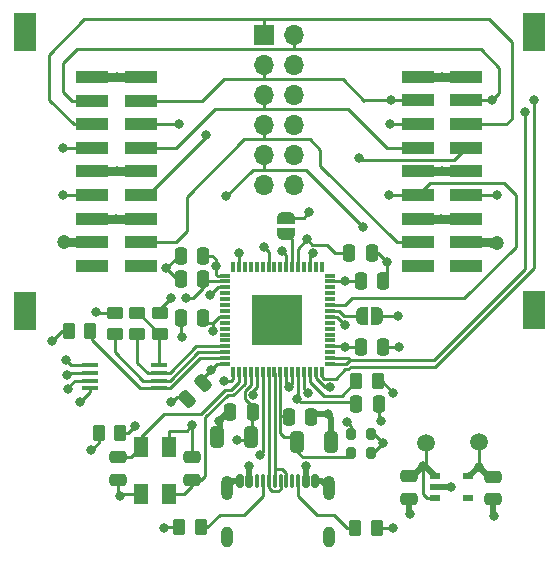
<source format=gbr>
%TF.GenerationSoftware,KiCad,Pcbnew,8.0.0*%
%TF.CreationDate,2024-03-20T17:10:03-04:00*%
%TF.ProjectId,AntEater,416e7445-6174-4657-922e-6b696361645f,rev?*%
%TF.SameCoordinates,Original*%
%TF.FileFunction,Copper,L1,Top*%
%TF.FilePolarity,Positive*%
%FSLAX46Y46*%
G04 Gerber Fmt 4.6, Leading zero omitted, Abs format (unit mm)*
G04 Created by KiCad (PCBNEW 8.0.0) date 2024-03-20 17:10:03*
%MOMM*%
%LPD*%
G01*
G04 APERTURE LIST*
G04 Aperture macros list*
%AMRoundRect*
0 Rectangle with rounded corners*
0 $1 Rounding radius*
0 $2 $3 $4 $5 $6 $7 $8 $9 X,Y pos of 4 corners*
0 Add a 4 corners polygon primitive as box body*
4,1,4,$2,$3,$4,$5,$6,$7,$8,$9,$2,$3,0*
0 Add four circle primitives for the rounded corners*
1,1,$1+$1,$2,$3*
1,1,$1+$1,$4,$5*
1,1,$1+$1,$6,$7*
1,1,$1+$1,$8,$9*
0 Add four rect primitives between the rounded corners*
20,1,$1+$1,$2,$3,$4,$5,0*
20,1,$1+$1,$4,$5,$6,$7,0*
20,1,$1+$1,$6,$7,$8,$9,0*
20,1,$1+$1,$8,$9,$2,$3,0*%
%AMFreePoly0*
4,1,19,0.000000,0.744911,0.071157,0.744911,0.207708,0.704816,0.327430,0.627875,0.420627,0.520320,0.479746,0.390866,0.500000,0.250000,0.500000,-0.250000,0.479746,-0.390866,0.420627,-0.520320,0.327430,-0.627875,0.207708,-0.704816,0.071157,-0.744911,0.000000,-0.744911,0.000000,-0.750000,-0.500000,-0.750000,-0.500000,0.750000,0.000000,0.750000,0.000000,0.744911,0.000000,0.744911,
$1*%
%AMFreePoly1*
4,1,19,0.500000,-0.750000,0.000000,-0.750000,0.000000,-0.744911,-0.071157,-0.744911,-0.207708,-0.704816,-0.327430,-0.627875,-0.420627,-0.520320,-0.479746,-0.390866,-0.500000,-0.250000,-0.500000,0.250000,-0.479746,0.390866,-0.420627,0.520320,-0.327430,0.627875,-0.207708,0.704816,-0.071157,0.744911,0.000000,0.744911,0.000000,0.750000,0.500000,0.750000,0.500000,-0.750000,0.500000,-0.750000,
$1*%
G04 Aperture macros list end*
%TA.AperFunction,ComponentPad*%
%ADD10O,1.000000X1.800000*%
%TD*%
%TA.AperFunction,ComponentPad*%
%ADD11O,1.000000X2.100000*%
%TD*%
%TA.AperFunction,SMDPad,CuDef*%
%ADD12RoundRect,0.075000X-0.075000X-0.500000X0.075000X-0.500000X0.075000X0.500000X-0.075000X0.500000X0*%
%TD*%
%TA.AperFunction,SMDPad,CuDef*%
%ADD13RoundRect,0.150000X-0.150000X-0.425000X0.150000X-0.425000X0.150000X0.425000X-0.150000X0.425000X0*%
%TD*%
%TA.AperFunction,SMDPad,CuDef*%
%ADD14RoundRect,0.250000X0.262500X0.450000X-0.262500X0.450000X-0.262500X-0.450000X0.262500X-0.450000X0*%
%TD*%
%TA.AperFunction,ComponentPad*%
%ADD15O,1.700000X1.700000*%
%TD*%
%TA.AperFunction,ComponentPad*%
%ADD16R,1.700000X1.700000*%
%TD*%
%TA.AperFunction,SMDPad,CuDef*%
%ADD17RoundRect,0.250000X0.250000X0.475000X-0.250000X0.475000X-0.250000X-0.475000X0.250000X-0.475000X0*%
%TD*%
%TA.AperFunction,SMDPad,CuDef*%
%ADD18RoundRect,0.250000X-0.250000X-0.475000X0.250000X-0.475000X0.250000X0.475000X-0.250000X0.475000X0*%
%TD*%
%TA.AperFunction,SMDPad,CuDef*%
%ADD19R,1.473200X0.355600*%
%TD*%
%TA.AperFunction,SMDPad,CuDef*%
%ADD20RoundRect,0.250000X-0.159099X0.512652X-0.512652X0.159099X0.159099X-0.512652X0.512652X-0.159099X0*%
%TD*%
%TA.AperFunction,SMDPad,CuDef*%
%ADD21RoundRect,0.200000X0.200000X0.275000X-0.200000X0.275000X-0.200000X-0.275000X0.200000X-0.275000X0*%
%TD*%
%TA.AperFunction,SMDPad,CuDef*%
%ADD22RoundRect,0.250000X-0.475000X0.250000X-0.475000X-0.250000X0.475000X-0.250000X0.475000X0.250000X0*%
%TD*%
%TA.AperFunction,SMDPad,CuDef*%
%ADD23R,1.900000X3.200000*%
%TD*%
%TA.AperFunction,SMDPad,CuDef*%
%ADD24R,2.800000X1.100000*%
%TD*%
%TA.AperFunction,SMDPad,CuDef*%
%ADD25C,1.500000*%
%TD*%
%TA.AperFunction,SMDPad,CuDef*%
%ADD26R,0.952500X0.558800*%
%TD*%
%TA.AperFunction,SMDPad,CuDef*%
%ADD27RoundRect,0.250000X-0.262500X-0.450000X0.262500X-0.450000X0.262500X0.450000X-0.262500X0.450000X0*%
%TD*%
%TA.AperFunction,SMDPad,CuDef*%
%ADD28RoundRect,0.250000X0.450000X-0.262500X0.450000X0.262500X-0.450000X0.262500X-0.450000X-0.262500X0*%
%TD*%
%TA.AperFunction,SMDPad,CuDef*%
%ADD29RoundRect,0.250000X-0.325000X-0.650000X0.325000X-0.650000X0.325000X0.650000X-0.325000X0.650000X0*%
%TD*%
%TA.AperFunction,SMDPad,CuDef*%
%ADD30R,4.350000X4.350000*%
%TD*%
%TA.AperFunction,SMDPad,CuDef*%
%ADD31RoundRect,0.018900X-0.391100X-0.116100X0.391100X-0.116100X0.391100X0.116100X-0.391100X0.116100X0*%
%TD*%
%TA.AperFunction,SMDPad,CuDef*%
%ADD32RoundRect,0.018900X-0.116100X0.391100X-0.116100X-0.391100X0.116100X-0.391100X0.116100X0.391100X0*%
%TD*%
%TA.AperFunction,SMDPad,CuDef*%
%ADD33RoundRect,0.018900X0.391100X0.116100X-0.391100X0.116100X-0.391100X-0.116100X0.391100X-0.116100X0*%
%TD*%
%TA.AperFunction,SMDPad,CuDef*%
%ADD34RoundRect,0.018900X0.116100X-0.391100X0.116100X0.391100X-0.116100X0.391100X-0.116100X-0.391100X0*%
%TD*%
%TA.AperFunction,SMDPad,CuDef*%
%ADD35FreePoly0,90.000000*%
%TD*%
%TA.AperFunction,SMDPad,CuDef*%
%ADD36FreePoly1,90.000000*%
%TD*%
%TA.AperFunction,SMDPad,CuDef*%
%ADD37FreePoly0,0.000000*%
%TD*%
%TA.AperFunction,SMDPad,CuDef*%
%ADD38FreePoly1,0.000000*%
%TD*%
%TA.AperFunction,SMDPad,CuDef*%
%ADD39RoundRect,0.250000X0.325000X0.650000X-0.325000X0.650000X-0.325000X-0.650000X0.325000X-0.650000X0*%
%TD*%
%TA.AperFunction,SMDPad,CuDef*%
%ADD40R,1.200000X1.800000*%
%TD*%
%TA.AperFunction,SMDPad,CuDef*%
%ADD41RoundRect,0.250000X0.475000X-0.250000X0.475000X0.250000X-0.475000X0.250000X-0.475000X-0.250000X0*%
%TD*%
%TA.AperFunction,ViaPad*%
%ADD42C,0.800000*%
%TD*%
%TA.AperFunction,ViaPad*%
%ADD43C,1.200000*%
%TD*%
%TA.AperFunction,Conductor*%
%ADD44C,0.250000*%
%TD*%
%TA.AperFunction,Conductor*%
%ADD45C,0.500000*%
%TD*%
%TA.AperFunction,Conductor*%
%ADD46C,0.750000*%
%TD*%
G04 APERTURE END LIST*
D10*
%TO.P,J2,S1,SHIELD*%
%TO.N,/GND*%
X144310000Y-118370000D03*
D11*
X144310000Y-114190000D03*
D10*
X135670000Y-118370000D03*
D11*
X135670000Y-114190000D03*
D12*
%TO.P,J2,B8,SBU2*%
%TO.N,unconnected-(J2-SBU2-PadB8)*%
X138240000Y-113615000D03*
%TO.P,J2,B7,D-*%
%TO.N,Net-(U2-DM)*%
X139240000Y-113615000D03*
%TO.P,J2,B6,D+*%
%TO.N,Net-(U2-DP)*%
X140740000Y-113615000D03*
%TO.P,J2,B5,CC2*%
%TO.N,Net-(J2-CC2)*%
X141740000Y-113615000D03*
D13*
%TO.P,J2,B4A9,VBUS*%
%TO.N,/5V*%
X142390000Y-113615000D03*
%TO.P,J2,B1A12,GND*%
%TO.N,/GND*%
X143190000Y-113615000D03*
D12*
%TO.P,J2,A8,SBU1*%
%TO.N,unconnected-(J2-SBU1-PadA8)*%
X141240000Y-113615000D03*
%TO.P,J2,A7,D-*%
%TO.N,Net-(U2-DM)*%
X140240000Y-113615000D03*
%TO.P,J2,A6,D+*%
%TO.N,Net-(U2-DP)*%
X139740000Y-113615000D03*
%TO.P,J2,A5,CC1*%
%TO.N,Net-(J2-CC1)*%
X138740000Y-113615000D03*
D13*
%TO.P,J2,A4B9,VBUS*%
%TO.N,/5V*%
X137590000Y-113615000D03*
%TO.P,J2,A1B12,GND*%
%TO.N,/GND*%
X136790000Y-113615000D03*
%TD*%
D14*
%TO.P,R5,2*%
%TO.N,Net-(J2-CC2)*%
X146565000Y-117580000D03*
%TO.P,R5,1*%
%TO.N,/GND*%
X148390000Y-117580000D03*
%TD*%
D15*
%TO.P,J3,12,Pin_12*%
%TO.N,/GND*%
X141410000Y-88570000D03*
%TO.P,J3,11,Pin_11*%
X138870000Y-88570000D03*
%TO.P,J3,10,Pin_10*%
%TO.N,/A0*%
X141410000Y-86030000D03*
%TO.P,J3,9,Pin_9*%
%TO.N,/RX*%
X138870000Y-86030000D03*
%TO.P,J3,8,Pin_8*%
%TO.N,VCCIO*%
X141410000Y-83490000D03*
%TO.P,J3,7,Pin_7*%
%TO.N,/RST*%
X138870000Y-83490000D03*
%TO.P,J3,6,Pin_6*%
%TO.N,/TX*%
X141410000Y-80950000D03*
%TO.P,J3,5,Pin_5*%
%TO.N,/A1*%
X138870000Y-80950000D03*
%TO.P,J3,4,Pin_4*%
%TO.N,/PLUG*%
X141410000Y-78410000D03*
%TO.P,J3,3,Pin_3*%
%TO.N,/SDA*%
X138870000Y-78410000D03*
%TO.P,J3,2,Pin_2*%
%TO.N,/SCL*%
X141410000Y-75870000D03*
D16*
%TO.P,J3,1,Pin_1*%
%TO.N,/A2*%
X138870000Y-75870000D03*
%TD*%
D17*
%TO.P,C12,2*%
%TO.N,/GND*%
X135975474Y-107787349D03*
%TO.P,C12,1*%
%TO.N,Net-(U2-VPHY)*%
X137875474Y-107787349D03*
%TD*%
%TO.P,C10,2*%
%TO.N,/GND*%
X131795474Y-94557349D03*
%TO.P,C10,1*%
%TO.N,VCORE*%
X133695474Y-94557349D03*
%TD*%
D18*
%TO.P,C11,2*%
%TO.N,/GND*%
X148935474Y-102277349D03*
%TO.P,C11,1*%
%TO.N,VCCIO*%
X147035474Y-102277349D03*
%TD*%
D19*
%TO.P,U1,8,VCC*%
%TO.N,VCCIO*%
X124079074Y-105770000D03*
%TO.P,U1,7,DU*%
%TO.N,/GND*%
X124079074Y-105120002D03*
%TO.P,U1,6,ORG*%
%TO.N,VCCIO*%
X124079074Y-104470000D03*
%TO.P,U1,5,VSS*%
%TO.N,/GND*%
X124079074Y-103820002D03*
%TO.P,U1,4,Q*%
%TO.N,Net-(U1-Q)*%
X129971874Y-103820002D03*
%TO.P,U1,3,D*%
%TO.N,Net-(U1-D)*%
X129971874Y-104470000D03*
%TO.P,U1,2,CLK*%
%TO.N,Net-(U1-CLK)*%
X129971874Y-105120002D03*
%TO.P,U1,1,CS*%
%TO.N,Net-(U1-CS)*%
X129971874Y-105770000D03*
%TD*%
D20*
%TO.P,C1,2*%
%TO.N,/GND*%
X132326223Y-106659101D03*
%TO.P,C1,1*%
%TO.N,VCORE*%
X133669725Y-105315597D03*
%TD*%
D21*
%TO.P,FB2,2*%
%TO.N,Net-(U2-VPLL)*%
X146220474Y-111297349D03*
%TO.P,FB2,1*%
%TO.N,VCCIO*%
X147870474Y-111297349D03*
%TD*%
D14*
%TO.P,R3,2*%
%TO.N,VCCIO*%
X122307500Y-100940000D03*
%TO.P,R3,1*%
%TO.N,Net-(U1-CS)*%
X124132500Y-100940000D03*
%TD*%
D22*
%TO.P,C15,2*%
%TO.N,/GND*%
X151150000Y-115140000D03*
%TO.P,C15,1*%
%TO.N,/5V*%
X151150000Y-113240000D03*
%TD*%
D23*
%TO.P,CN1,20,20*%
%TO.N,/GND*%
X118564800Y-75641800D03*
%TO.P,CN1,19,19*%
X118564800Y-99201800D03*
D24*
%TO.P,CN1,18,18*%
%TO.N,unconnected-(CN1-Pad18)*%
X128424800Y-95421800D03*
%TO.P,CN1,17,17*%
%TO.N,unconnected-(CN1-Pad17)*%
X124314800Y-95421800D03*
%TO.P,CN1,16,16*%
%TO.N,/RST*%
X128424800Y-93421800D03*
%TO.P,CN1,15,15*%
%TO.N,VCCIO*%
X124314800Y-93421800D03*
%TO.P,CN1,14,14*%
%TO.N,/GND*%
X128424800Y-91421800D03*
%TO.P,CN1,13,13*%
X124314800Y-91421800D03*
%TO.P,CN1,12,12*%
%TO.N,/TX*%
X128424800Y-89421800D03*
%TO.P,CN1,11,11*%
%TO.N,/RX*%
X124314800Y-89421800D03*
%TO.P,CN1,10,10*%
%TO.N,/GND*%
X128424800Y-87421800D03*
%TO.P,CN1,9,9*%
X124314800Y-87421800D03*
%TO.P,CN1,8,8*%
%TO.N,/A1*%
X128424800Y-85421800D03*
%TO.P,CN1,7,7*%
%TO.N,/A0*%
X124314800Y-85421800D03*
%TO.P,CN1,6,6*%
%TO.N,/PLUG*%
X128424800Y-83421800D03*
%TO.P,CN1,5,5*%
%TO.N,/A2*%
X124314800Y-83421800D03*
%TO.P,CN1,4,4*%
%TO.N,/SDA*%
X128424800Y-81421800D03*
%TO.P,CN1,3,3*%
%TO.N,/SCL*%
X124314800Y-81421800D03*
%TO.P,CN1,2,2*%
%TO.N,/GND*%
X128424800Y-79421800D03*
%TO.P,CN1,1,1*%
X124314800Y-79421800D03*
%TD*%
D21*
%TO.P,FB1,1*%
%TO.N,VCCIO*%
X147880474Y-109687349D03*
%TO.P,FB1,2*%
%TO.N,Net-(U2-VPHY)*%
X146230474Y-109687349D03*
%TD*%
D25*
%TO.P,TP2,1,1*%
%TO.N,VCCIO*%
X157060000Y-110310000D03*
%TD*%
D18*
%TO.P,C3,2*%
%TO.N,/GND*%
X148555474Y-107137349D03*
%TO.P,C3,1*%
%TO.N,VCORE*%
X146655474Y-107137349D03*
%TD*%
D26*
%TO.P,U3,5,VOUT*%
%TO.N,VCCIO*%
X156087950Y-113230200D03*
%TO.P,U3,4,NC*%
%TO.N,unconnected-(U3-NC-Pad4)*%
X156087950Y-115109800D03*
%TO.P,U3,3,EN*%
%TO.N,/5V*%
X153332050Y-115109800D03*
%TO.P,U3,2,GND*%
%TO.N,/GND*%
X153332050Y-114170000D03*
%TO.P,U3,1,VIN*%
%TO.N,/5V*%
X153332050Y-113230200D03*
%TD*%
D14*
%TO.P,R8,2*%
%TO.N,Net-(U2-RESET#)*%
X146642974Y-105197349D03*
%TO.P,R8,1*%
%TO.N,VCCIO*%
X148467974Y-105197349D03*
%TD*%
D22*
%TO.P,C2,2*%
%TO.N,/GND*%
X126447500Y-113510000D03*
%TO.P,C2,1*%
%TO.N,Net-(U2-OSCI)*%
X126447500Y-111610000D03*
%TD*%
D18*
%TO.P,C5,2*%
%TO.N,/GND*%
X147965474Y-94337349D03*
%TO.P,C5,1*%
%TO.N,VCORE*%
X146065474Y-94337349D03*
%TD*%
D27*
%TO.P,R6,2*%
%TO.N,Net-(U2-REF)*%
X126680000Y-109540000D03*
%TO.P,R6,1*%
%TO.N,/GND*%
X124855000Y-109540000D03*
%TD*%
D28*
%TO.P,R1,2*%
%TO.N,Net-(U1-Q)*%
X128125474Y-99384849D03*
%TO.P,R1,1*%
%TO.N,Net-(U1-D)*%
X128125474Y-101209849D03*
%TD*%
D29*
%TO.P,C6,2*%
%TO.N,/GND*%
X144545000Y-110320000D03*
%TO.P,C6,1*%
%TO.N,Net-(U2-VPLL)*%
X141595000Y-110320000D03*
%TD*%
D18*
%TO.P,C8,2*%
%TO.N,/GND*%
X148940000Y-96730000D03*
%TO.P,C8,1*%
%TO.N,VCCIO*%
X147040000Y-96730000D03*
%TD*%
D30*
%TO.P,U2,65,EPAD*%
%TO.N,/GND*%
X139975474Y-99982349D03*
D31*
%TO.P,U2,64,VCORE*%
%TO.N,VCORE*%
X135530474Y-103732349D03*
%TO.P,U2,63,EECS*%
%TO.N,Net-(U1-CS)*%
X135530474Y-103232349D03*
%TO.P,U2,62,EECLK*%
%TO.N,Net-(U1-CLK)*%
X135530474Y-102732349D03*
%TO.P,U2,61,EEDATA*%
%TO.N,Net-(U1-D)*%
X135530474Y-102232349D03*
%TO.P,U2,60,PWREN#*%
%TO.N,unconnected-(U2-PWREN#-Pad60)*%
X135530474Y-101732349D03*
%TO.P,U2,59,DDBUS7*%
%TO.N,unconnected-(U2-DDBUS7-Pad59)*%
X135530474Y-101232349D03*
%TO.P,U2,58,DDBUS6*%
%TO.N,unconnected-(U2-DDBUS6-Pad58)*%
X135530474Y-100732349D03*
%TO.P,U2,57,DDBUS5*%
%TO.N,unconnected-(U2-DDBUS5-Pad57)*%
X135530474Y-100232349D03*
%TO.P,U2,56,VCCIO*%
%TO.N,VCCIO*%
X135530474Y-99732349D03*
%TO.P,U2,55,DDBUS4*%
%TO.N,unconnected-(U2-DDBUS4-Pad55)*%
X135530474Y-99232349D03*
%TO.P,U2,54,DDBUS3*%
%TO.N,unconnected-(U2-DDBUS3-Pad54)*%
X135530474Y-98732349D03*
%TO.P,U2,53,DDBUS2*%
%TO.N,unconnected-(U2-DDBUS2-Pad53)*%
X135530474Y-98232349D03*
%TO.P,U2,52,DDBUS1*%
%TO.N,unconnected-(U2-DDBUS1-Pad52)*%
X135530474Y-97732349D03*
%TO.P,U2,51,GND*%
%TO.N,/GND*%
X135530474Y-97232349D03*
%TO.P,U2,50,VREGIN*%
%TO.N,VCCIO*%
X135530474Y-96732349D03*
%TO.P,U2,49,VREGOUT*%
%TO.N,VCORE*%
X135530474Y-96232349D03*
D32*
%TO.P,U2,48,DDBUS0*%
%TO.N,unconnected-(U2-DDBUS0-Pad48)*%
X136225474Y-95537349D03*
%TO.P,U2,47,GND*%
%TO.N,/GND*%
X136725474Y-95537349D03*
%TO.P,U2,46,CDBUS7*%
%TO.N,unconnected-(U2-CDBUS7-Pad46)*%
X137225474Y-95537349D03*
%TO.P,U2,45,CDBUS6*%
%TO.N,unconnected-(U2-CDBUS6-Pad45)*%
X137725474Y-95537349D03*
%TO.P,U2,44,CDBUS5*%
%TO.N,unconnected-(U2-CDBUS5-Pad44)*%
X138225474Y-95537349D03*
%TO.P,U2,43,CDBUS4*%
%TO.N,unconnected-(U2-CDBUS4-Pad43)*%
X138725474Y-95537349D03*
%TO.P,U2,42,VCCIO*%
%TO.N,VCCIO*%
X139225474Y-95537349D03*
%TO.P,U2,41,CDBUS3*%
%TO.N,unconnected-(U2-CDBUS3-Pad41)*%
X139725474Y-95537349D03*
%TO.P,U2,40,CDBUS2*%
%TO.N,unconnected-(U2-CDBUS2-Pad40)*%
X140225474Y-95537349D03*
%TO.P,U2,39,CDBUS1*%
%TO.N,/RX*%
X140725474Y-95537349D03*
%TO.P,U2,38,CDBUS0*%
%TO.N,Net-(JP1-A)*%
X141225474Y-95537349D03*
%TO.P,U2,37,VCORE*%
%TO.N,VCORE*%
X141725474Y-95537349D03*
%TO.P,U2,36,SUSPEND_#*%
%TO.N,unconnected-(U2-SUSPEND_#-Pad36)*%
X142225474Y-95537349D03*
%TO.P,U2,35,GND*%
%TO.N,/GND*%
X142725474Y-95537349D03*
%TO.P,U2,34,BDBUS7*%
%TO.N,unconnected-(U2-BDBUS7-Pad34)*%
X143225474Y-95537349D03*
%TO.P,U2,33,BDBUS6*%
%TO.N,unconnected-(U2-BDBUS6-Pad33)*%
X143725474Y-95537349D03*
D33*
%TO.P,U2,32,BDBUS5*%
%TO.N,unconnected-(U2-BDBUS5-Pad32)*%
X144420474Y-96232349D03*
%TO.P,U2,31,VCCIO*%
%TO.N,VCCIO*%
X144420474Y-96732349D03*
%TO.P,U2,30,BDBUS4*%
%TO.N,unconnected-(U2-BDBUS4-Pad30)*%
X144420474Y-97232349D03*
%TO.P,U2,29,BDBUS3*%
%TO.N,unconnected-(U2-BDBUS3-Pad29)*%
X144420474Y-97732349D03*
%TO.P,U2,28,BDBUS2*%
%TO.N,unconnected-(U2-BDBUS2-Pad28)*%
X144420474Y-98232349D03*
%TO.P,U2,27,BDBUS1*%
%TO.N,/TX*%
X144420474Y-98732349D03*
%TO.P,U2,26,BDBUS0*%
%TO.N,Net-(JP2-A)*%
X144420474Y-99232349D03*
%TO.P,U2,25,GND*%
%TO.N,/GND*%
X144420474Y-99732349D03*
%TO.P,U2,24,ADBUS7*%
%TO.N,unconnected-(U2-ADBUS7-Pad24)*%
X144420474Y-100232349D03*
%TO.P,U2,23,ADBUS6*%
%TO.N,unconnected-(U2-ADBUS6-Pad23)*%
X144420474Y-100732349D03*
%TO.P,U2,22,ADBUS5*%
%TO.N,unconnected-(U2-ADBUS5-Pad22)*%
X144420474Y-101232349D03*
%TO.P,U2,21,ADBUS4*%
%TO.N,unconnected-(U2-ADBUS4-Pad21)*%
X144420474Y-101732349D03*
%TO.P,U2,20,VCCIO*%
%TO.N,VCCIO*%
X144420474Y-102232349D03*
%TO.P,U2,19,ADBUS3*%
%TO.N,unconnected-(U2-ADBUS3-Pad19)*%
X144420474Y-102732349D03*
%TO.P,U2,18,ADBUS2*%
%TO.N,/SDA*%
X144420474Y-103232349D03*
%TO.P,U2,17,ADBUS1*%
X144420474Y-103732349D03*
D34*
%TO.P,U2,16,ADBUS0*%
%TO.N,/SCL*%
X143725474Y-104427349D03*
%TO.P,U2,15,GND*%
%TO.N,/GND*%
X143225474Y-104427349D03*
%TO.P,U2,14,RESET#*%
%TO.N,Net-(U2-RESET#)*%
X142725474Y-104427349D03*
%TO.P,U2,13,TEST*%
%TO.N,/GND*%
X142225474Y-104427349D03*
%TO.P,U2,12,VCORE*%
%TO.N,VCORE*%
X141725474Y-104427349D03*
%TO.P,U2,11,GND*%
%TO.N,/GND*%
X141225474Y-104427349D03*
%TO.P,U2,10,AGND*%
X140725474Y-104427349D03*
%TO.P,U2,9,VPLL*%
%TO.N,Net-(U2-VPLL)*%
X140225474Y-104427349D03*
%TO.P,U2,8,DP*%
%TO.N,Net-(U2-DP)*%
X139725474Y-104427349D03*
%TO.P,U2,7,DM*%
%TO.N,Net-(U2-DM)*%
X139225474Y-104427349D03*
%TO.P,U2,6,REF*%
%TO.N,Net-(U2-REF)*%
X138725474Y-104427349D03*
%TO.P,U2,5,GND*%
%TO.N,/GND*%
X138225474Y-104427349D03*
%TO.P,U2,4,VPHY*%
%TO.N,Net-(U2-VPHY)*%
X137725474Y-104427349D03*
%TO.P,U2,3,OSCO*%
%TO.N,Net-(U2-OSCO)*%
X137225474Y-104427349D03*
%TO.P,U2,2,OSCI*%
%TO.N,Net-(U2-OSCI)*%
X136725474Y-104427349D03*
%TO.P,U2,1,GND*%
%TO.N,/GND*%
X136225474Y-104427349D03*
%TD*%
D23*
%TO.P,CN2,20,20*%
%TO.N,/GND*%
X161709900Y-99189600D03*
%TO.P,CN2,19,19*%
X161709900Y-75629600D03*
D24*
%TO.P,CN2,18,18*%
X151849900Y-79409600D03*
%TO.P,CN2,17,17*%
X155959900Y-79409600D03*
%TO.P,CN2,16,16*%
%TO.N,/SDA*%
X151849900Y-81409600D03*
%TO.P,CN2,15,15*%
%TO.N,/SCL*%
X155959900Y-81409600D03*
%TO.P,CN2,14,14*%
%TO.N,/PLUG*%
X151849900Y-83409600D03*
%TO.P,CN2,13,13*%
%TO.N,/A2*%
X155959900Y-83409600D03*
%TO.P,CN2,12,12*%
%TO.N,/A1*%
X151849900Y-85409600D03*
%TO.P,CN2,11,11*%
%TO.N,/A0*%
X155959900Y-85409600D03*
%TO.P,CN2,10,10*%
%TO.N,/GND*%
X151849900Y-87409600D03*
%TO.P,CN2,9,9*%
X155959900Y-87409600D03*
%TO.P,CN2,8,8*%
%TO.N,/TX*%
X151849900Y-89409600D03*
%TO.P,CN2,7,7*%
%TO.N,/RX*%
X155959900Y-89409600D03*
%TO.P,CN2,6,6*%
%TO.N,/GND*%
X151849900Y-91409600D03*
%TO.P,CN2,5,5*%
X155959900Y-91409600D03*
%TO.P,CN2,4,4*%
%TO.N,/RST*%
X151849900Y-93409600D03*
%TO.P,CN2,3,3*%
%TO.N,VCCIO*%
X155959900Y-93409600D03*
%TO.P,CN2,2,2*%
%TO.N,unconnected-(CN2-Pad2)*%
X151849900Y-95409600D03*
%TO.P,CN2,1,1*%
%TO.N,unconnected-(CN2-Pad1)*%
X155959900Y-95409600D03*
%TD*%
D25*
%TO.P,TP1,1,1*%
%TO.N,/5V*%
X152530000Y-110370000D03*
%TD*%
D28*
%TO.P,R4,2*%
%TO.N,VCCIO*%
X126225474Y-99384849D03*
%TO.P,R4,1*%
%TO.N,Net-(U1-CLK)*%
X126225474Y-101209849D03*
%TD*%
D35*
%TO.P,JP1,2,B*%
%TO.N,/TX*%
X140680000Y-91400000D03*
D36*
%TO.P,JP1,1,A*%
%TO.N,Net-(JP1-A)*%
X140680000Y-92700000D03*
%TD*%
D17*
%TO.P,C13,2*%
%TO.N,/GND*%
X131805474Y-99827349D03*
%TO.P,C13,1*%
%TO.N,VCCIO*%
X133705474Y-99827349D03*
%TD*%
%TO.P,C14,1*%
%TO.N,VCCIO*%
X133715474Y-96517349D03*
%TO.P,C14,2*%
%TO.N,/GND*%
X131815474Y-96517349D03*
%TD*%
D37*
%TO.P,JP2,2,B*%
%TO.N,/RX*%
X148445474Y-99657349D03*
D38*
%TO.P,JP2,1,A*%
%TO.N,Net-(JP2-A)*%
X147145474Y-99657349D03*
%TD*%
D39*
%TO.P,C4,2*%
%TO.N,/GND*%
X134820474Y-109937349D03*
%TO.P,C4,1*%
%TO.N,Net-(U2-VPHY)*%
X137770474Y-109937349D03*
%TD*%
D40*
%TO.P,Y1,4,GND__1*%
%TO.N,/GND*%
X130825000Y-110767500D03*
%TO.P,Y1,3*%
%TO.N,Net-(U2-OSCO)*%
X130825000Y-114767500D03*
%TO.P,Y1,2,GND*%
%TO.N,/GND*%
X128425000Y-114767500D03*
%TO.P,Y1,1*%
%TO.N,Net-(U2-OSCI)*%
X128425000Y-110767500D03*
%TD*%
D22*
%TO.P,C16,2*%
%TO.N,/GND*%
X158220000Y-115190000D03*
%TO.P,C16,1*%
%TO.N,VCCIO*%
X158220000Y-113290000D03*
%TD*%
D27*
%TO.P,R7,2*%
%TO.N,Net-(J2-CC1)*%
X133490000Y-117560000D03*
%TO.P,R7,1*%
%TO.N,/GND*%
X131665000Y-117560000D03*
%TD*%
D18*
%TO.P,C9,2*%
%TO.N,/GND*%
X142860000Y-108170000D03*
%TO.P,C9,1*%
%TO.N,Net-(U2-VPLL)*%
X140960000Y-108170000D03*
%TD*%
D28*
%TO.P,R2,2*%
%TO.N,VCCIO*%
X130035474Y-99384849D03*
%TO.P,R2,1*%
%TO.N,Net-(U1-Q)*%
X130035474Y-101209849D03*
%TD*%
D41*
%TO.P,C7,2*%
%TO.N,/GND*%
X132757500Y-111610000D03*
%TO.P,C7,1*%
%TO.N,Net-(U2-OSCO)*%
X132757500Y-113510000D03*
%TD*%
D42*
%TO.N,/GND*%
X158300000Y-116590000D03*
X151170000Y-116420000D03*
X154660000Y-114150000D03*
%TO.N,VCCIO*%
X157040000Y-112420000D03*
%TO.N,/5V*%
X152260000Y-112400000D03*
%TO.N,/A0*%
X146860000Y-86310000D03*
%TO.N,/5V*%
X142410000Y-112340000D03*
X137580000Y-112340000D03*
%TO.N,VCCIO*%
X124640000Y-99340000D03*
%TO.N,/GND*%
X118447400Y-99093600D03*
X136745474Y-94327349D03*
X140986417Y-105670000D03*
X130390000Y-117570000D03*
X153837950Y-91430000D03*
X141427974Y-98477349D03*
X126346800Y-91421800D03*
X130950000Y-106980000D03*
X138427974Y-101407349D03*
X135025474Y-108527349D03*
X122260000Y-105840000D03*
X139975474Y-99982349D03*
X148785474Y-108567349D03*
X141477974Y-101427349D03*
X144430000Y-105685000D03*
X149800000Y-117600000D03*
X145695474Y-100382349D03*
X149220474Y-95047349D03*
X142568065Y-106215000D03*
X161703600Y-75624000D03*
X135447821Y-105189696D03*
X138507974Y-98477349D03*
X126372200Y-87421800D03*
X122110000Y-103350000D03*
X142990474Y-94347349D03*
X150285474Y-102317349D03*
X124200000Y-111030000D03*
X144245474Y-107967349D03*
X132775474Y-108927349D03*
X134296411Y-97886411D03*
X130547974Y-95627349D03*
X131867974Y-101457349D03*
X118625200Y-75776400D03*
X153905800Y-87409600D03*
X126657500Y-114910000D03*
X153905800Y-79409600D03*
X161729000Y-99169800D03*
X126372200Y-79421800D03*
X137915474Y-106347349D03*
%TO.N,VCORE*%
X134345474Y-104257349D03*
X141650000Y-106650000D03*
X134755474Y-95457349D03*
X142505474Y-93167349D03*
%TO.N,/SCL*%
X161670000Y-81340000D03*
X158127800Y-81409600D03*
%TO.N,/SDA*%
X160940000Y-82370000D03*
X149580000Y-81409600D03*
%TO.N,/PLUG*%
X131660000Y-83370000D03*
X149480000Y-83390000D03*
%TO.N,/A0*%
X121780000Y-85450000D03*
%TO.N,/RX*%
X150175474Y-99617349D03*
X140335474Y-94137349D03*
X147214600Y-92134600D03*
X135635000Y-89535000D03*
X158580000Y-89440000D03*
X121838200Y-89421800D03*
%TO.N,/TX*%
X149449600Y-89409600D03*
X142677974Y-90817349D03*
X133920000Y-84330000D03*
%TO.N,Net-(U2-VPHY)*%
X145905474Y-108647349D03*
X136595474Y-110147349D03*
%TO.N,VCCIO*%
X123235474Y-106897349D03*
X145695474Y-102257349D03*
X148955474Y-110447349D03*
D43*
X121890000Y-93410000D03*
D42*
X132230000Y-98160000D03*
X138830000Y-93820000D03*
X120900000Y-101780000D03*
X149797974Y-106147349D03*
X130970000Y-98140000D03*
D43*
X158580000Y-93450000D03*
D42*
X122125474Y-104637349D03*
X134523118Y-100906579D03*
X145727974Y-96732349D03*
%TO.N,Net-(U2-REF)*%
X127937500Y-108930000D03*
X138520474Y-111440000D03*
%TD*%
D44*
%TO.N,/GND*%
X142568065Y-106215000D02*
X142225474Y-105872409D01*
X142225474Y-105872409D02*
X142225474Y-104427349D01*
%TO.N,Net-(U2-RESET#)*%
X142725474Y-104427349D02*
X142725474Y-105245474D01*
X143890000Y-106410000D02*
X145430323Y-106410000D01*
X145430323Y-106410000D02*
X146642974Y-105197349D01*
X142725474Y-105245474D02*
X143890000Y-106410000D01*
%TO.N,/SCL*%
X143725474Y-104427349D02*
X143725474Y-104785025D01*
X143725474Y-104785025D02*
X143890449Y-104950000D01*
X143890449Y-104950000D02*
X144950000Y-104950000D01*
X153308235Y-103937349D02*
X161670000Y-95575584D01*
X144950000Y-104950000D02*
X145717651Y-104182349D01*
X145717651Y-104182349D02*
X145989370Y-104182349D01*
X145989370Y-104182349D02*
X146234370Y-103937349D01*
X146234370Y-103937349D02*
X153308235Y-103937349D01*
X161670000Y-95575584D02*
X161670000Y-81340000D01*
%TO.N,/GND*%
X143225474Y-104921421D02*
X143225474Y-104427349D01*
X144430000Y-105685000D02*
X143989053Y-105685000D01*
X143989053Y-105685000D02*
X143225474Y-104921421D01*
X136225474Y-104427349D02*
X136225474Y-105014526D01*
X136050304Y-105189696D02*
X135447821Y-105189696D01*
X136225474Y-105014526D02*
X136050304Y-105189696D01*
%TO.N,Net-(U2-OSCI)*%
X136725474Y-104427349D02*
X136725474Y-105234526D01*
X136725474Y-105234526D02*
X136045304Y-105914696D01*
X135578127Y-105914696D02*
X133532823Y-107960000D01*
X133532823Y-107960000D02*
X130360000Y-107960000D01*
X136045304Y-105914696D02*
X135578127Y-105914696D01*
X130360000Y-107960000D02*
X128425000Y-109895000D01*
X128425000Y-109895000D02*
X128425000Y-110767500D01*
%TO.N,Net-(U2-OSCO)*%
X137225474Y-104427349D02*
X137225474Y-105374526D01*
X133885474Y-108243745D02*
X133885474Y-113164526D01*
X133540000Y-113510000D02*
X132757500Y-113510000D01*
X136235304Y-106364696D02*
X135764523Y-106364696D01*
X135764523Y-106364696D02*
X133885474Y-108243745D01*
X137225474Y-105374526D02*
X136235304Y-106364696D01*
X133885474Y-113164526D02*
X133540000Y-113510000D01*
%TO.N,VCCIO*%
X145727974Y-96732349D02*
X145730323Y-96730000D01*
X145730323Y-96730000D02*
X147040000Y-96730000D01*
%TO.N,/GND*%
X148940000Y-96730000D02*
X149220474Y-96449526D01*
X149220474Y-96449526D02*
X149220474Y-95047349D01*
%TO.N,/RST*%
X138870000Y-84710000D02*
X142700000Y-84710000D01*
X143590000Y-85600000D02*
X143590000Y-86930000D01*
X142700000Y-84710000D02*
X143590000Y-85600000D01*
X143590000Y-86930000D02*
X150069600Y-93409600D01*
X150069600Y-93409600D02*
X151849900Y-93409600D01*
%TO.N,/A0*%
X146860000Y-86310000D02*
X146960000Y-86410000D01*
X146960000Y-86410000D02*
X154959500Y-86410000D01*
X154959500Y-86410000D02*
X155959900Y-85409600D01*
%TO.N,/TX*%
X151849900Y-89409600D02*
X152859500Y-88400000D01*
X145732974Y-98732349D02*
X144420474Y-98732349D01*
X152859500Y-88400000D02*
X159150000Y-88400000D01*
X159150000Y-88400000D02*
X160140000Y-89390000D01*
X160140000Y-89390000D02*
X160140000Y-93829500D01*
X160140000Y-93829500D02*
X155812151Y-98157349D01*
X155812151Y-98157349D02*
X146307974Y-98157349D01*
X146307974Y-98157349D02*
X145732974Y-98732349D01*
%TO.N,VCCIO*%
X138830000Y-93820000D02*
X139225474Y-94215474D01*
X139225474Y-94215474D02*
X139225474Y-95537349D01*
%TO.N,VCORE*%
X134755474Y-95457349D02*
X134755474Y-94865474D01*
X134755474Y-94865474D02*
X134447349Y-94557349D01*
X134447349Y-94557349D02*
X133695474Y-94557349D01*
X135530474Y-96232349D02*
X134862349Y-96232349D01*
X134862349Y-96232349D02*
X134755474Y-96125474D01*
X134755474Y-96125474D02*
X134755474Y-95457349D01*
%TO.N,/GND*%
X134950473Y-97232349D02*
X135530474Y-97232349D01*
X134296411Y-97886411D02*
X134950473Y-97232349D01*
%TO.N,VCCIO*%
X132230000Y-98160000D02*
X132820000Y-98160000D01*
X132820000Y-98160000D02*
X133715474Y-97264526D01*
X133715474Y-97264526D02*
X133715474Y-96517349D01*
%TO.N,VCORE*%
X141940000Y-106940000D02*
X146458125Y-106940000D01*
X146458125Y-106940000D02*
X146655474Y-107137349D01*
X141711417Y-105446101D02*
X141730000Y-105427518D01*
X141730000Y-105427518D02*
X141730000Y-104431875D01*
X141730000Y-104431875D02*
X141725474Y-104427349D01*
X141711417Y-106588583D02*
X141711417Y-105446101D01*
X141650000Y-106650000D02*
X141711417Y-106588583D01*
X141650000Y-106650000D02*
X141940000Y-106940000D01*
%TO.N,/GND*%
X140986417Y-105670000D02*
X140725474Y-105409057D01*
X140725474Y-105409057D02*
X140725474Y-104427349D01*
X141225474Y-105430943D02*
X141225474Y-104427349D01*
X140986417Y-105670000D02*
X141225474Y-105430943D01*
%TO.N,Net-(U2-VPLL)*%
X140960000Y-108170000D02*
X140920000Y-108130000D01*
X140920000Y-108130000D02*
X140225474Y-108130000D01*
D45*
%TO.N,/GND*%
X142860000Y-108170000D02*
X143062651Y-107967349D01*
X143062651Y-107967349D02*
X144245474Y-107967349D01*
D44*
%TO.N,Net-(U2-VPLL)*%
X146190474Y-111307349D02*
X145882823Y-111615000D01*
X145882823Y-111615000D02*
X142125000Y-111615000D01*
X142125000Y-111615000D02*
X141585474Y-111075474D01*
X141585474Y-111075474D02*
X141585474Y-109877349D01*
%TO.N,/SDA*%
X160940000Y-82370000D02*
X160940000Y-95669188D01*
X160940000Y-95669188D02*
X153191839Y-103417349D01*
X153191839Y-103417349D02*
X146117974Y-103417349D01*
%TO.N,/RX*%
X138870000Y-87290000D02*
X137880000Y-87290000D01*
X137880000Y-87290000D02*
X135635000Y-89535000D01*
%TO.N,/TX*%
X133920000Y-84526600D02*
X129024800Y-89421800D01*
X133920000Y-84330000D02*
X133920000Y-84526600D01*
X129024800Y-89421800D02*
X128424800Y-89421800D01*
%TO.N,VCCIO*%
X157060000Y-110310000D02*
X157060000Y-112400000D01*
X157060000Y-112400000D02*
X157040000Y-112420000D01*
%TO.N,/5V*%
X152530000Y-110370000D02*
X152530000Y-112130000D01*
X152530000Y-112130000D02*
X152260000Y-112400000D01*
D45*
%TO.N,/GND*%
X158220000Y-116510000D02*
X158300000Y-116590000D01*
X158220000Y-115190000D02*
X158220000Y-116510000D01*
X151150000Y-116400000D02*
X151170000Y-116420000D01*
X151150000Y-115140000D02*
X151150000Y-116400000D01*
D44*
%TO.N,/5V*%
X153332050Y-115109800D02*
X152605800Y-115109800D01*
X152605800Y-115109800D02*
X152260000Y-114764000D01*
X152260000Y-114764000D02*
X152260000Y-112400000D01*
D45*
%TO.N,/GND*%
X154640000Y-114170000D02*
X154660000Y-114150000D01*
X153332050Y-114170000D02*
X154640000Y-114170000D01*
%TO.N,/5V*%
X152260000Y-112400000D02*
X151420000Y-113240000D01*
X152501850Y-112400000D02*
X153332050Y-113230200D01*
X151420000Y-113240000D02*
X151150000Y-113240000D01*
X152260000Y-112400000D02*
X152501850Y-112400000D01*
%TO.N,VCCIO*%
X158220000Y-113290000D02*
X157910000Y-113290000D01*
X157910000Y-113290000D02*
X157040000Y-112420000D01*
X156229800Y-113230200D02*
X157040000Y-112420000D01*
X156087950Y-113230200D02*
X156229800Y-113230200D01*
D44*
%TO.N,Net-(U2-OSCO)*%
X130825000Y-114767500D02*
X132072500Y-114767500D01*
X132757500Y-114082500D02*
X132757500Y-113510000D01*
X132072500Y-114767500D02*
X132757500Y-114082500D01*
%TO.N,/GND*%
X132775474Y-108927349D02*
X132775474Y-111592026D01*
X132775474Y-111592026D02*
X132757500Y-111610000D01*
%TO.N,Net-(J2-CC1)*%
X133490000Y-117560000D02*
X134014226Y-117560000D01*
X134014226Y-117560000D02*
X135084226Y-116490000D01*
X135084226Y-116490000D02*
X137160000Y-116490000D01*
X137160000Y-116490000D02*
X138737500Y-114912500D01*
X138737500Y-114912500D02*
X138737500Y-113615000D01*
%TO.N,Net-(J2-CC2)*%
X146565000Y-117580000D02*
X145860000Y-117580000D01*
X145860000Y-117580000D02*
X144780000Y-116500000D01*
X144780000Y-116500000D02*
X143320774Y-116500000D01*
X143320774Y-116500000D02*
X141737500Y-114916726D01*
X141737500Y-114916726D02*
X141737500Y-113615000D01*
%TO.N,/TX*%
X149449600Y-89409600D02*
X151849900Y-89409600D01*
%TO.N,Net-(U2-REF)*%
X138520474Y-111440000D02*
X138520474Y-111379526D01*
X138520474Y-111379526D02*
X138725474Y-111174526D01*
X138725474Y-111174526D02*
X138725474Y-104427349D01*
D45*
%TO.N,/5V*%
X137590000Y-112350000D02*
X137580000Y-112340000D01*
X142410000Y-112340000D02*
X142410000Y-113595000D01*
X137590000Y-113615000D02*
X137590000Y-112350000D01*
X142410000Y-113595000D02*
X142390000Y-113615000D01*
D44*
%TO.N,Net-(U2-DP)*%
X139740000Y-111272823D02*
X139740000Y-112570000D01*
X139740000Y-112570000D02*
X139740000Y-113615000D01*
X140737500Y-113615000D02*
X140737500Y-112969736D01*
X140737500Y-112969736D02*
X140337764Y-112570000D01*
X140337764Y-112570000D02*
X139740000Y-112570000D01*
X139745474Y-111267349D02*
X139740000Y-111272823D01*
X139737500Y-113615000D02*
X139727500Y-113605000D01*
%TO.N,Net-(U2-DM)*%
X139245474Y-112202349D02*
X139240000Y-112207823D01*
X139240000Y-112207823D02*
X139240000Y-113615000D01*
%TO.N,/GND*%
X124079074Y-105120002D02*
X122849998Y-105120002D01*
X122849998Y-105120002D02*
X122260000Y-105710000D01*
X122260000Y-105710000D02*
X122260000Y-105840000D01*
%TO.N,VCCIO*%
X124684849Y-99384849D02*
X124640000Y-99340000D01*
X126225474Y-99384849D02*
X124684849Y-99384849D01*
%TO.N,Net-(U1-CS)*%
X124285474Y-101727349D02*
X124285474Y-101092974D01*
X124285474Y-101092974D02*
X124132500Y-100940000D01*
%TO.N,VCCIO*%
X122307500Y-100940000D02*
X121740000Y-100940000D01*
X121740000Y-100940000D02*
X120900000Y-101780000D01*
%TO.N,/GND*%
X130842974Y-109364849D02*
X130825000Y-109382823D01*
X130825000Y-109382823D02*
X130825000Y-110767500D01*
%TO.N,/RST*%
X138400000Y-84710000D02*
X138870000Y-84710000D01*
X137130000Y-84710000D02*
X138400000Y-84710000D01*
X128424800Y-93421800D02*
X131348200Y-93421800D01*
X132280000Y-92490000D02*
X132280000Y-89560000D01*
X132280000Y-89560000D02*
X137130000Y-84710000D01*
X138870000Y-83490000D02*
X138870000Y-84710000D01*
X131366174Y-93415900D02*
X132297974Y-92484100D01*
D46*
%TO.N,/GND*%
X124314800Y-79421800D02*
X126372200Y-79421800D01*
D45*
X135855474Y-107697349D02*
X135025474Y-108527349D01*
D44*
X138225474Y-105666614D02*
X138225474Y-104427349D01*
D45*
X143187500Y-113615000D02*
X143732500Y-113615000D01*
D44*
X124855000Y-110375000D02*
X124200000Y-111030000D01*
D46*
X124314800Y-87421800D02*
X126372200Y-87421800D01*
D44*
X124855000Y-109540000D02*
X124855000Y-110375000D01*
X148390000Y-117580000D02*
X149780000Y-117580000D01*
D45*
X144535474Y-108257349D02*
X144245474Y-107967349D01*
D44*
X131795474Y-94557349D02*
X131617974Y-94557349D01*
X132337974Y-109364849D02*
X132775474Y-108927349D01*
X137915474Y-105976614D02*
X138225474Y-105666614D01*
X144420474Y-99732349D02*
X145028773Y-99732349D01*
D46*
X161709900Y-99189600D02*
X161709900Y-99188900D01*
D44*
X131437974Y-96517349D02*
X130547974Y-95627349D01*
D45*
X136787500Y-113615000D02*
X136242500Y-113615000D01*
D46*
X124314800Y-91421800D02*
X126346800Y-91421800D01*
D44*
X148555474Y-107137349D02*
X148555474Y-108337349D01*
X145678773Y-100382349D02*
X145695474Y-100382349D01*
X131805474Y-99827349D02*
X131805474Y-101394849D01*
X131617974Y-94557349D02*
X130547974Y-95627349D01*
D46*
X126372200Y-79421800D02*
X128424800Y-79421800D01*
D44*
X149780000Y-117580000D02*
X149800000Y-117600000D01*
X136725474Y-94347349D02*
X136745474Y-94327349D01*
D45*
X136242500Y-113615000D02*
X135667500Y-114190000D01*
D44*
X137915474Y-106347349D02*
X137915474Y-105976614D01*
D46*
X151849900Y-79409600D02*
X153905800Y-79409600D01*
D44*
X150245474Y-102277349D02*
X150285474Y-102317349D01*
D46*
X118564800Y-99201800D02*
X118555600Y-99201800D01*
D45*
X136165474Y-107697349D02*
X135855474Y-107697349D01*
D44*
X131665000Y-117560000D02*
X130400000Y-117560000D01*
D46*
X161709900Y-99188900D02*
X161729000Y-99169800D01*
D44*
X128425000Y-114767500D02*
X126800000Y-114767500D01*
X136725474Y-95537349D02*
X136725474Y-94347349D01*
X126800000Y-114767500D02*
X126657500Y-114910000D01*
X126447500Y-114700000D02*
X126657500Y-114910000D01*
D46*
X161709900Y-75629600D02*
X161709200Y-75629600D01*
X126372200Y-87421800D02*
X128424800Y-87421800D01*
D45*
X135135474Y-110037349D02*
X135135474Y-108637349D01*
D46*
X118564800Y-75641800D02*
X118564800Y-75716000D01*
X155959900Y-79409600D02*
X153905800Y-79409600D01*
D44*
X130400000Y-117560000D02*
X130390000Y-117570000D01*
X122536326Y-103816326D02*
X122243673Y-103523673D01*
X131815474Y-96517349D02*
X131437974Y-96517349D01*
X132219780Y-106532247D02*
X131443076Y-106532247D01*
D45*
X143732500Y-113615000D02*
X144307500Y-114190000D01*
D44*
X148935474Y-102277349D02*
X150245474Y-102277349D01*
D46*
X151782050Y-91430000D02*
X153837950Y-91430000D01*
D45*
X144535474Y-109877349D02*
X144535474Y-108257349D01*
D44*
X142725474Y-95537349D02*
X142725474Y-94612349D01*
D46*
X161709200Y-75629600D02*
X161703600Y-75624000D01*
X155959900Y-91409600D02*
X153905800Y-91409600D01*
D44*
X126447500Y-113510000D02*
X126447500Y-114700000D01*
D46*
X151849900Y-87409600D02*
X153905800Y-87409600D01*
D44*
X131805474Y-101394849D02*
X131867974Y-101457349D01*
X131443076Y-106532247D02*
X131017974Y-106957349D01*
D46*
X118555600Y-99201800D02*
X118447400Y-99093600D01*
X155959900Y-87409600D02*
X153905800Y-87409600D01*
D44*
X130842974Y-109364849D02*
X132337974Y-109364849D01*
X148555474Y-108337349D02*
X148785474Y-108567349D01*
X142725474Y-94612349D02*
X142990474Y-94347349D01*
X145028773Y-99732349D02*
X145678773Y-100382349D01*
D45*
X135135474Y-108637349D02*
X135025474Y-108527349D01*
D44*
X147965474Y-94337349D02*
X148510474Y-94337349D01*
X148510474Y-94337349D02*
X149220474Y-95047349D01*
X124079074Y-103820002D02*
X122548127Y-103820002D01*
D46*
X118564800Y-75716000D02*
X118625200Y-75776400D01*
X126346800Y-91421800D02*
X128424800Y-91421800D01*
D44*
%TO.N,VCORE*%
X133776168Y-104826655D02*
X134345474Y-104257349D01*
X135530474Y-103732349D02*
X134870474Y-103732349D01*
X144137974Y-93607349D02*
X144867974Y-94337349D01*
X134870474Y-103732349D02*
X134345474Y-104257349D01*
X142505474Y-93167349D02*
X142945474Y-93607349D01*
X144867974Y-94337349D02*
X146065474Y-94337349D01*
X133776168Y-105442451D02*
X133776168Y-104826655D01*
X141725474Y-95537349D02*
X141725474Y-93947349D01*
X141725474Y-93947349D02*
X142505474Y-93167349D01*
X142945474Y-93607349D02*
X144137974Y-93607349D01*
%TO.N,/SCL*%
X121825600Y-78265600D02*
X123001200Y-77090000D01*
X123001200Y-77090000D02*
X140150000Y-77090000D01*
X141410000Y-75870000D02*
X141410000Y-77090000D01*
X122543400Y-81421800D02*
X121825600Y-80704000D01*
X157200600Y-77090000D02*
X141410000Y-77090000D01*
X124314800Y-81421800D02*
X122543400Y-81421800D01*
X141020000Y-77090000D02*
X140150000Y-77090000D01*
X158127800Y-81409600D02*
X158731800Y-80805600D01*
X155959900Y-81409600D02*
X158127800Y-81409600D01*
X121825600Y-80704000D02*
X121825600Y-78265600D01*
X141410000Y-77090000D02*
X141020000Y-77090000D01*
X158731800Y-78621200D02*
X157200600Y-77090000D01*
X158731800Y-80805600D02*
X158731800Y-78621200D01*
%TO.N,/SDA*%
X135420000Y-79630000D02*
X138360000Y-79630000D01*
X149580000Y-81409600D02*
X151849900Y-81409600D01*
X138360000Y-79630000D02*
X138870000Y-79630000D01*
X145802974Y-103732349D02*
X146117974Y-103417349D01*
X146117974Y-103417349D02*
X145932974Y-103232349D01*
X138870000Y-79630000D02*
X140150000Y-79630000D01*
X145500000Y-79630000D02*
X147290000Y-81420000D01*
X128424800Y-81421800D02*
X133628200Y-81421800D01*
X147300400Y-81409600D02*
X149580000Y-81409600D01*
X144420474Y-103732349D02*
X145802974Y-103732349D01*
X140150000Y-79630000D02*
X145500000Y-79630000D01*
X145932974Y-103232349D02*
X144420474Y-103232349D01*
X147290000Y-81420000D02*
X147300400Y-81409600D01*
X138870000Y-78410000D02*
X138870000Y-79630000D01*
X133628200Y-81421800D02*
X135420000Y-79630000D01*
%TO.N,/A2*%
X157886400Y-74550000D02*
X138870000Y-74550000D01*
X120631800Y-81339000D02*
X120631800Y-77554400D01*
X159798600Y-82964600D02*
X159798600Y-76462200D01*
X155959900Y-83409600D02*
X159353600Y-83409600D01*
X159353600Y-83409600D02*
X159798600Y-82964600D01*
X159798600Y-76462200D02*
X157886400Y-74550000D01*
X123636200Y-74550000D02*
X138460000Y-74550000D01*
X122714600Y-83421800D02*
X120631800Y-81339000D01*
X124314800Y-83421800D02*
X122714600Y-83421800D01*
X138870000Y-75870000D02*
X138870000Y-74550000D01*
X120631800Y-77554400D02*
X123636200Y-74550000D01*
X138870000Y-74550000D02*
X138460000Y-74550000D01*
%TO.N,/PLUG*%
X128424800Y-83421800D02*
X131608200Y-83421800D01*
X131608200Y-83421800D02*
X131660000Y-83370000D01*
X151830300Y-83390000D02*
X151849900Y-83409600D01*
X149480000Y-83390000D02*
X151830300Y-83390000D01*
%TO.N,/A0*%
X121808200Y-85421800D02*
X124314800Y-85421800D01*
X121780000Y-85450000D02*
X121808200Y-85421800D01*
%TO.N,/A1*%
X128426600Y-85420000D02*
X131390000Y-85420000D01*
X149219600Y-85409600D02*
X151849900Y-85409600D01*
X138440000Y-82140000D02*
X138870000Y-82140000D01*
X131390000Y-85420000D02*
X134670000Y-82140000D01*
X138870000Y-80950000D02*
X138870000Y-82140000D01*
X128424800Y-85421800D02*
X128426600Y-85420000D01*
X145950000Y-82140000D02*
X149219600Y-85409600D01*
X134670000Y-82140000D02*
X138440000Y-82140000D01*
X138870000Y-82140000D02*
X145950000Y-82140000D01*
%TO.N,/RX*%
X155959900Y-89409600D02*
X158549600Y-89409600D01*
X150135474Y-99657349D02*
X150175474Y-99617349D01*
X140725474Y-95537349D02*
X140725474Y-94527349D01*
X148445474Y-99657349D02*
X150135474Y-99657349D01*
X158549600Y-89409600D02*
X158580000Y-89440000D01*
X147214600Y-92134600D02*
X142370000Y-87290000D01*
X124314800Y-89421800D02*
X121838200Y-89421800D01*
X140725474Y-94527349D02*
X140335474Y-94137349D01*
X142370000Y-87290000D02*
X138870000Y-87290000D01*
X138870000Y-86030000D02*
X138870000Y-87290000D01*
%TO.N,/TX*%
X140735474Y-91307349D02*
X140775474Y-91347349D01*
X142677974Y-90867349D02*
X142677974Y-90817349D01*
X140775474Y-91347349D02*
X142197974Y-91347349D01*
X142197974Y-91347349D02*
X142677974Y-90867349D01*
%TO.N,Net-(U2-OSCI)*%
X127582500Y-111610000D02*
X128425000Y-110767500D01*
X126447500Y-111610000D02*
X127582500Y-111610000D01*
%TO.N,Net-(U2-VPHY)*%
X146230474Y-109687349D02*
X146230474Y-108972349D01*
X137190474Y-106047044D02*
X137190474Y-106647654D01*
X137190474Y-106647654D02*
X137835474Y-107292654D01*
X137835474Y-107292654D02*
X137835474Y-109787349D01*
X136595474Y-110147349D02*
X137560474Y-110147349D01*
X137633343Y-105622349D02*
X137615169Y-105622349D01*
X137835474Y-109787349D02*
X138085474Y-110037349D01*
X137615169Y-105622349D02*
X137190474Y-106047044D01*
X146230474Y-108972349D02*
X145905474Y-108647349D01*
X137725474Y-105530218D02*
X137633343Y-105622349D01*
X137560474Y-110147349D02*
X137770474Y-109937349D01*
X137725474Y-104427349D02*
X137725474Y-105530218D01*
%TO.N,Net-(U2-VPLL)*%
X140545474Y-109877349D02*
X141585474Y-109877349D01*
X140225474Y-109557349D02*
X140545474Y-109877349D01*
X140225474Y-104427349D02*
X140225474Y-107707349D01*
X140225474Y-107707349D02*
X140225474Y-109557349D01*
%TO.N,VCCIO*%
X124079074Y-106053749D02*
X123235474Y-106897349D01*
D46*
X155959900Y-93409600D02*
X158049600Y-93409600D01*
D44*
X124079074Y-105770000D02*
X124079074Y-106053749D01*
X148195474Y-109687349D02*
X148955474Y-110447349D01*
X148847974Y-105197349D02*
X149797974Y-106147349D01*
X144420474Y-102232349D02*
X145670474Y-102232349D01*
X134523118Y-100245633D02*
X134123758Y-100245633D01*
D46*
X158070000Y-93430000D02*
X158090000Y-93450000D01*
D44*
X145727974Y-96732349D02*
X144420474Y-96732349D01*
D46*
X121901800Y-93421800D02*
X121890000Y-93410000D01*
D44*
X133705474Y-99827349D02*
X133705474Y-100088935D01*
X134123758Y-100245633D02*
X133705474Y-99827349D01*
D46*
X158090000Y-93450000D02*
X158580000Y-93450000D01*
D44*
X124079074Y-104470000D02*
X122292823Y-104470000D01*
D46*
X124314800Y-93421800D02*
X122748200Y-93421800D01*
D44*
X148105474Y-111297349D02*
X148955474Y-110447349D01*
X134523118Y-100245633D02*
X134523118Y-100906579D01*
X147035474Y-102277349D02*
X145715474Y-102277349D01*
X130035474Y-99059849D02*
X130927974Y-98167349D01*
X135530474Y-96732349D02*
X133930474Y-96732349D01*
X147880474Y-109687349D02*
X148195474Y-109687349D01*
D46*
X123408000Y-93421800D02*
X123375000Y-93454800D01*
X122748200Y-93421800D02*
X121901800Y-93421800D01*
D44*
X135036402Y-99732349D02*
X134523118Y-100245633D01*
X133930474Y-96732349D02*
X133715474Y-96517349D01*
D46*
X124314800Y-93421800D02*
X123408000Y-93421800D01*
D44*
X130035474Y-99384849D02*
X130035474Y-99059849D01*
X135530474Y-99732349D02*
X135036402Y-99732349D01*
X148467974Y-105197349D02*
X148847974Y-105197349D01*
X145670474Y-102232349D02*
X145695474Y-102257349D01*
D46*
X158049600Y-93409600D02*
X158070000Y-93430000D01*
D44*
X147870474Y-111297349D02*
X148105474Y-111297349D01*
X145715474Y-102277349D02*
X145695474Y-102257349D01*
%TO.N,Net-(U2-DM)*%
X139245474Y-104447349D02*
X139225474Y-104427349D01*
X139237500Y-113615000D02*
X139227500Y-113605000D01*
X139987500Y-114515000D02*
X140237500Y-114265000D01*
X139245474Y-112202349D02*
X139245474Y-104447349D01*
X139494736Y-114515000D02*
X139987500Y-114515000D01*
X139237500Y-114257764D02*
X139494736Y-114515000D01*
X139237500Y-113615000D02*
X139237500Y-114257764D01*
X140237500Y-114265000D02*
X140237500Y-113615000D01*
%TO.N,Net-(U2-DP)*%
X139745474Y-111267349D02*
X139745474Y-104447349D01*
X139745474Y-104447349D02*
X139725474Y-104427349D01*
%TO.N,Net-(JP1-A)*%
X141225474Y-95537349D02*
X141225474Y-93097349D01*
X141225474Y-93097349D02*
X140735474Y-92607349D01*
%TO.N,Net-(JP2-A)*%
X145165169Y-99232349D02*
X145590169Y-99657349D01*
X145590169Y-99657349D02*
X147145474Y-99657349D01*
X144420474Y-99232349D02*
X145165169Y-99232349D01*
%TO.N,Net-(U1-D)*%
X129971874Y-104470000D02*
X128985274Y-104470000D01*
X128125474Y-103610200D02*
X128125474Y-101199849D01*
X130886276Y-104470000D02*
X129971874Y-104470000D01*
X135530474Y-102232349D02*
X133123927Y-102232349D01*
X133123927Y-102232349D02*
X130886276Y-104470000D01*
X128985274Y-104470000D02*
X128125474Y-103610200D01*
%TO.N,Net-(U1-Q)*%
X129971874Y-103820002D02*
X129971874Y-101273449D01*
X129971874Y-101273449D02*
X130035474Y-101209849D01*
X128200474Y-99374849D02*
X130035474Y-101209849D01*
%TO.N,Net-(U1-D)*%
X128107500Y-100777500D02*
X128182500Y-100777500D01*
%TO.N,Net-(U1-CS)*%
X130872670Y-105770000D02*
X129971874Y-105770000D01*
X135530474Y-103232349D02*
X133410321Y-103232349D01*
X129971874Y-105770000D02*
X128328125Y-105770000D01*
X133410321Y-103232349D02*
X130872670Y-105770000D01*
X128328125Y-105770000D02*
X124285474Y-101727349D01*
%TO.N,Net-(U1-CLK)*%
X129971874Y-105120002D02*
X128628127Y-105120002D01*
X126225474Y-102717349D02*
X126225474Y-101209849D01*
X130886272Y-105120002D02*
X129971874Y-105120002D01*
X133273925Y-102732349D02*
X130886272Y-105120002D01*
X135530474Y-102732349D02*
X133273925Y-102732349D01*
X128628127Y-105120002D02*
X126225474Y-102717349D01*
%TO.N,Net-(U2-REF)*%
X127327500Y-109540000D02*
X127937500Y-108930000D01*
X126680000Y-109540000D02*
X127327500Y-109540000D01*
%TD*%
M02*

</source>
